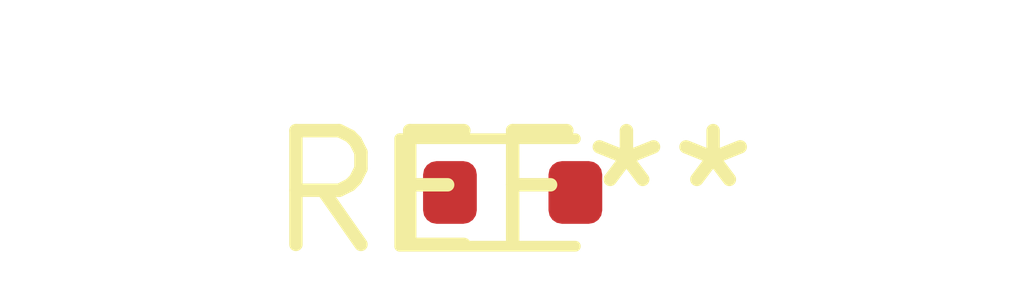
<source format=kicad_pcb>
(kicad_pcb (version 20240108) (generator pcbnew)
  (layers (0 "F.Cu" signal) (31 "B.Cu" signal) (34 "B.Paste" user) (35 "F.Paste" user) (36 "B.SilkS" user "B.Silkscreen") (37 "F.SilkS" user "F.Silkscreen") (38 "B.Mask" user) (39 "F.Mask" user) (44 "Edge.Cuts" user))
  (net 0 "")
  (footprint "D_SOD-523" (layer "F.Cu") (at 0 0)
    (property "Reference" "REF**")
    (property "Value" "D_SOD-523")
    (fp_line (start -1.26 -0.6) (end -1.26 0.6) (layer "F.SilkS") (stroke (width 0.12)))
    (fp_line (start 0.7 -0.6) (end -1.26 -0.6) (layer "F.SilkS") (stroke (width 0.12)))
    (fp_line (start 0.7 0.6) (end -1.26 0.6) (layer "F.SilkS") (stroke (width 0.12)))
    (pad "1" smd roundrect (at -0.7 0 180) (size 0.6 0.7) (layers "F.Cu" "F.Paste" "F.Mask"))
    (pad "2" smd roundrect (at 0.7 0 180) (size 0.6 0.7) (layers "F.Cu" "F.Paste" "F.Mask"))
  )
)
</source>
